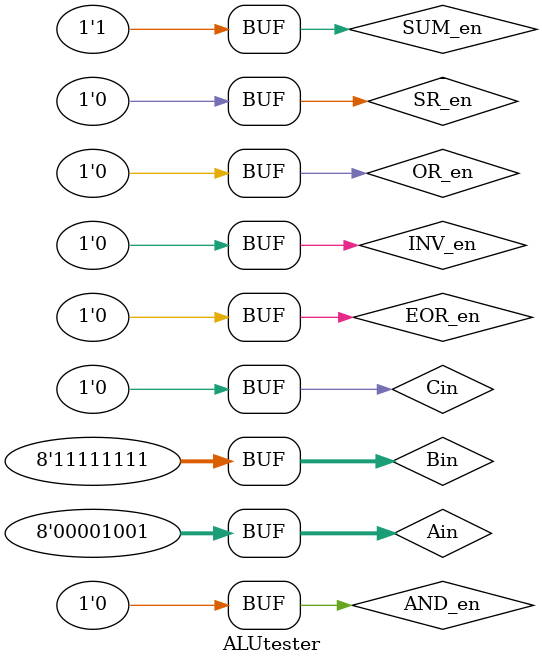
<source format=v>
`timescale 1ns / 1ps


module ALUtester;

	// Inputs
	reg SUM_en;
	reg AND_en;
	reg EOR_en;
	reg OR_en;
	reg SR_en;
	reg INV_en;
	reg [7:0] Ain;
	reg [7:0] Bin;
	reg Cin;

	// Outputs
	wire [7:0] RES;
	wire Cout;
	wire OVFout;

	// Instantiate the Unit Under Test (UUT)
	ALU uut (
		.SUM_en(SUM_en), 
		.AND_en(AND_en), 
		.EOR_en(EOR_en), 
		.OR_en(OR_en), 
		.SR_en(SR_en), 
		.INV_en(INV_en), 
		.Ain(Ain), 
		.Bin(Bin), 
		.Cin(Cin), 
		.RES(RES), 
		.Cout(Cout), 
		.OVFout(OVFout)
	);

	initial begin
		// Initialize Inputs
		SUM_en = 0;
		AND_en = 0;
		EOR_en = 0;
		OR_en = 0;
		SR_en = 0;
		INV_en = 0;
		Ain = 0;
		Bin = 0;
		Cin = 0;

		// Wait 100 ns for global reset to finish
		#100;
        
		// Add stimulus here
		Ain = 9;
		Bin = 8'hFF;
		Cin = 0;
		INV_en = 0;
		{SUM_en, AND_en, EOR_en, OR_en, SR_en} = 5'b10000;
		
		

	end
      
endmodule


</source>
